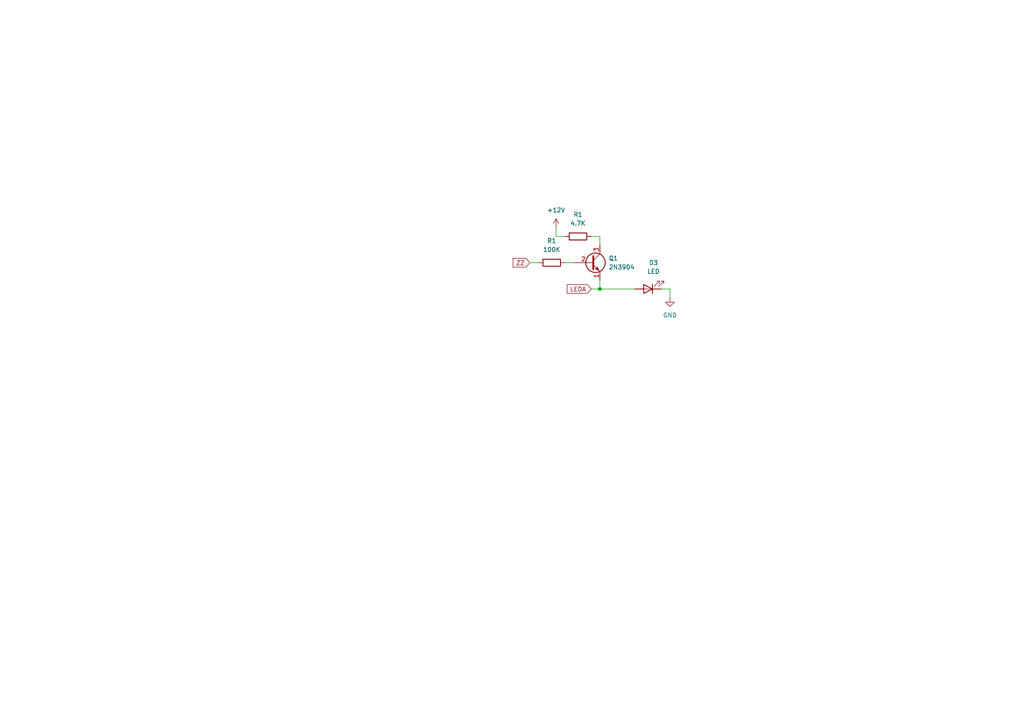
<source format=kicad_sch>
(kicad_sch (version 20230121) (generator eeschema)
  (paper "A4")
  (lib_symbols
    (symbol "Device:LED" (pin_numbers hide) (pin_names (offset 1.016) hide)
      (property "Reference" "D" (at 0 2.54 0))
      (property "Value" "LED" (at 0 -2.54 0))
      (symbol "LED_0_1"
        (polyline (pts (xy -1.27 -1.27) (xy -1.27 1.27)) (stroke (width 0.254)))
        (polyline (pts (xy -1.27 0) (xy 1.27 0)))
        (polyline (pts (xy 1.27 -1.27) (xy 1.27 1.27) (xy -1.27 0) (xy 1.27 -1.27)) (stroke (width 0.254)))
        (polyline (pts (xy -3.048 -0.762) (xy -4.572 -2.286) (xy -3.81 -2.286) (xy -4.572 -2.286) (xy -4.572 -1.524)))
        (polyline (pts (xy -1.778 -0.762) (xy -3.302 -2.286) (xy -2.54 -2.286) (xy -3.302 -2.286) (xy -3.302 -1.524)))
      )
      (symbol "LED_1_1"
        (pin passive line (at -3.81 0 0) (length 2.54) (name "K") (number "1"))
        (pin passive line (at 3.81 0 180) (length 2.54) (name "A") (number "2"))
      )
    )
    (symbol "Device:R" (pin_numbers hide) (pin_names (offset 0))
      (property "Reference" "R" (at 2.032 0 90))
      (property "Value" "R" (at 0 0 90))
      (symbol "R_0_1"
        (rectangle (start -1.016 -2.54) (end 1.016 2.54) (stroke (width 0.254)))
      )
      (symbol "R_1_1"
        (pin passive line (at 0 3.81 270) (length 1.27) (name "~") (number "1"))
        (pin passive line (at 0 -3.81 90) (length 1.27) (name "~") (number "2"))
      )
    )
    (symbol "Transistor_BJT:2N3904" (pin_names (offset 0) hide)
      (property "Reference" "Q" (at 5.08 1.905 0))
      (property "Value" "2N3904" (at 5.08 0 0))
      (symbol "2N3904_0_1"
        (polyline (pts (xy 0.635 0.635) (xy 2.54 2.54)))
        (polyline (pts (xy 0.635 -0.635) (xy 2.54 -2.54) (xy 2.54 -2.54)))
        (polyline (pts (xy 0.635 1.905) (xy 0.635 -1.905) (xy 0.635 -1.905)) (stroke (width 0.508)))
        (polyline (pts (xy 1.27 -1.778) (xy 1.778 -1.27) (xy 2.286 -2.286) (xy 1.27 -1.778) (xy 1.27 -1.778)) (fill (type outline)))
        (circle (center 1.27 0) (radius 2.8194) (stroke (width 0.254)))
      )
      (symbol "2N3904_1_1"
        (pin passive line (at 2.54 -5.08 90) (length 2.54) (name "E") (number "1"))
        (pin passive line (at -5.08 0 0) (length 5.715) (name "B") (number "2"))
        (pin passive line (at 2.54 5.08 270) (length 2.54) (name "C") (number "3"))
      )
    )
    (symbol "power:+12V" (power) (pin_names (offset 0))
      (property "Value" "+12V" (at 0 3.556 0))
      (symbol "+12V_0_1"
        (polyline (pts (xy -0.762 1.27) (xy 0 2.54)))
        (polyline (pts (xy 0 0) (xy 0 2.54)))
        (polyline (pts (xy 0 2.54) (xy 0.762 1.27)))
      )
      (symbol "+12V_1_1"
        (pin power_in line (at 0 0 90) (length 0) hide (name "+12V") (number "1"))
      )
    )
    (symbol "power:GND" (power) (pin_names (offset 0))
      (property "Value" "GND" (at 0 -3.81 0))
      (symbol "GND_0_1"
        (polyline (pts (xy 0 0) (xy 0 -1.27) (xy 1.27 -1.27) (xy 0 -2.54) (xy -1.27 -1.27) (xy 0 -1.27)))
      )
      (symbol "GND_1_1"
        (pin power_in line (at 0 0 270) (length 0) hide (name "GND") (number "1"))
      )
    )
  )
  (junction (at 173.99 83.82))
  (wire (pts (xy 171.45 83.82) (xy 173.99 83.82)))
  (wire (pts (xy 153.67 76.2) (xy 156.21 76.2)))
  (wire (pts (xy 161.29 68.58) (xy 163.83 68.58)))
  (wire (pts (xy 173.99 83.82) (xy 184.15 83.82)))
  (wire (pts (xy 171.45 68.58) (xy 173.99 68.58)))
  (wire (pts (xy 194.31 83.82) (xy 194.31 86.36)))
  (wire (pts (xy 161.29 66.04) (xy 161.29 68.58)))
  (wire (pts (xy 173.99 81.28) (xy 173.99 83.82)))
  (wire (pts (xy 163.83 76.2) (xy 166.37 76.2)))
  (wire (pts (xy 173.99 68.58) (xy 173.99 71.12)))
  (wire (pts (xy 191.77 83.82) (xy 194.31 83.82)))
  (global_label "ZZ" (shape input) (at 153.67 76.2 180) (property "Intersheetrefs" "${INTERSHEET_REFS}" (effects hide)))
  (global_label "LEDA" (shape input) (at 171.45 83.82 180) (property "Intersheetrefs" "${INTERSHEET_REFS}" (effects hide)))
  (symbol (lib_id "Device:R") (at 160.02 76.2 90) (unit 1)
    (property "Reference" "R1" (at 160.02 69.85 90))
    (property "Value" "100K" (at 160.02 72.39 90))
    (property "Footprint" "Resistor_SMD:R_0805_2012Metric" (effects hide))
    (instances (project "VCO" (path "" (reference "R1") (unit 1)) (path "" (reference "R1") (unit 1))) (project "VCA" (path "" (reference "R8") (unit 1))) (project "LFO" (path "" (reference "R10") (unit 1)) (path "" (reference "R55") (unit 1))))
  )
  (symbol (lib_id "power:+12V") (at 161.29 66.04 0) (unit 1)
    (property "Reference" "#PWR06" (effects hide))
    (property "Value" "+12V" (at 161.29 60.96 0))
    (instances (project "LFO" (path "" (reference "#PWR06") (unit 1)) (path "" (reference "#PWR049") (unit 1))))
  )
  (symbol (lib_id "Transistor_BJT:2N3904") (at 171.45 76.2 0) (unit 1)
    (property "Reference" "Q1" (at 176.53 74.93 0) (effects (justify left)))
    (property "Value" "2N3904" (at 176.53 77.47 0) (effects (justify left)))
    (property "Footprint" "Package_TO_SOT_THT:TO-92_HandSolder" (effects hide))
    (property "Datasheet" "https://www.onsemi.com/pub/Collateral/2N3903-D.PDF" (effects hide))
    (instances (project "LFO" (path "" (reference "Q1") (unit 1)) (path "" (reference "Q6") (unit 1))))
  )
  (symbol (lib_id "power:GND") (at 194.31 86.36 0) (unit 1)
    (property "Reference" "#PWR010" (effects hide))
    (property "Value" "GND" (at 194.31 91.44 0))
    (instances (project "LFO" (path "" (reference "#PWR010") (unit 1)) (path "" (reference "#PWR050") (unit 1))))
  )
  (symbol (lib_id "Device:LED") (at 187.96 83.82 180) (unit 1) (on_board no)
    (property "Reference" "D3" (at 189.5475 76.2 0))
    (property "Value" "LED" (at 189.5475 78.74 0))
  )
  (symbol (lib_id "Device:R") (at 167.64 68.58 90) (unit 1)
    (property "Reference" "R1" (at 167.64 62.23 90))
    (property "Value" "4.7K" (at 167.64 64.77 90))
    (property "Footprint" "Resistor_SMD:R_0805_2012Metric" (effects hide))
    (instances (project "VCO" (path "" (reference "R1") (unit 1)) (path "" (reference "R1") (unit 1))) (project "VCA" (path "" (reference "R8") (unit 1))) (project "LFO" (path "" (reference "R10") (unit 1)) (path "" (reference "R56") (unit 1))))
  )
)
</source>
